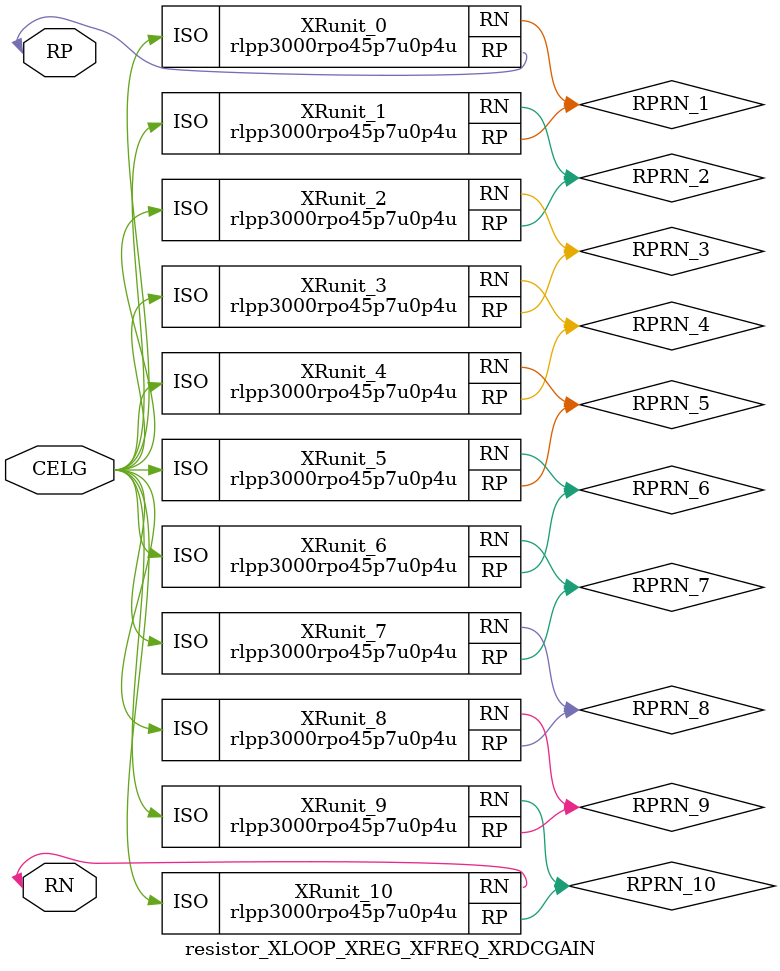
<source format=v>

module rlpp3000rpo45p7u0p4u (RP, RN, ISO);
inout RP;
inout RN;
input ISO;
endmodule

//Celera Confidential Do Not Copy resistor_XLOOP_XREG_XFREQ_XRDCGAIN
//Celera Confidential Symbol Generator
//RESISTOR:5000KOhm TYPE:poly DFT:no
module resistor_XLOOP_XREG_XFREQ_XRDCGAIN (RP,
CELG,
RN);
inout RP;
inout RN;
input CELG;

//Celera Confidential Do Not Copy Runit
rlpp3000rpo45p7u0p4u XRunit_0(
.RP (RP),
.RN (RPRN_1),
.ISO (CELG)
);
rlpp3000rpo45p7u0p4u XRunit_1(
.RP (RPRN_1),
.RN (RPRN_2),
.ISO (CELG)
);
rlpp3000rpo45p7u0p4u XRunit_2(
.RP (RPRN_2),
.RN (RPRN_3),
.ISO (CELG)
);
rlpp3000rpo45p7u0p4u XRunit_3(
.RP (RPRN_3),
.RN (RPRN_4),
.ISO (CELG)
);
rlpp3000rpo45p7u0p4u XRunit_4(
.RP (RPRN_4),
.RN (RPRN_5),
.ISO (CELG)
);
rlpp3000rpo45p7u0p4u XRunit_5(
.RP (RPRN_5),
.RN (RPRN_6),
.ISO (CELG)
);
rlpp3000rpo45p7u0p4u XRunit_6(
.RP (RPRN_6),
.RN (RPRN_7),
.ISO (CELG)
);
rlpp3000rpo45p7u0p4u XRunit_7(
.RP (RPRN_7),
.RN (RPRN_8),
.ISO (CELG)
);
rlpp3000rpo45p7u0p4u XRunit_8(
.RP (RPRN_8),
.RN (RPRN_9),
.ISO (CELG)
);
rlpp3000rpo45p7u0p4u XRunit_9(
.RP (RPRN_9),
.RN (RPRN_10),
.ISO (CELG)
);
rlpp3000rpo45p7u0p4u XRunit_10(
.RP (RPRN_10),
.RN (RN),
.ISO (CELG)
);

//Celera Confidential Do Not Copy //DieSize,rlpp3000rpo45p7u0p4u

//Die Size Calculator rlpp3000rpo45p7u0p4u
//,diesize,rlpp3000rpo45p7u0p4u,11

//Celera Confidential Do Not Copy Module End
//Celera Schematic Generator
endmodule

</source>
